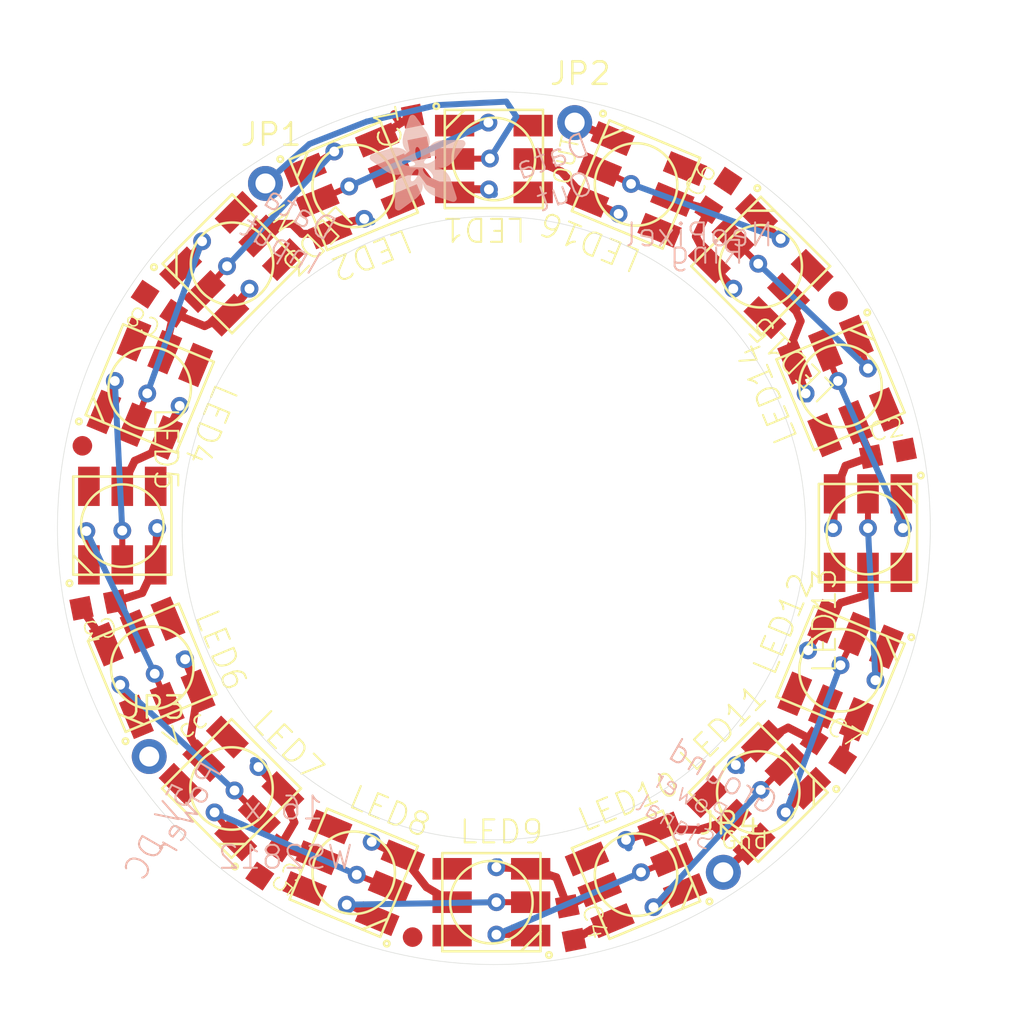
<source format=kicad_pcb>
(kicad_pcb (version 20240108) (generator "pcbnew") (generator_version "8.0")
  (layers (0 "F.Cu" signal) (31 "B.Cu" signal) (34 "B.Paste" user) (35 "F.Paste" user) (36 "B.SilkS" user "B.Silkscreen") (37 "F.SilkS" user "F.Silkscreen") (38 "B.Mask" user) (39 "F.Mask" user) (44 "Edge.Cuts" user))
  (net 0 "")
  (net 1 "N$1")
  (net 2 "N$2")
  (net 3 "N$3")
  (net 4 "N$4")
  (net 5 "N$5")
  (net 6 "N$6")
  (net 7 "N$7")
  (net 8 "+5V")
  (net 9 "GND")
  (net 10 "IN")
  (net 11 "N$9")
  (net 12 "N$10")
  (net 13 "N$11")
  (net 14 "N$12")
  (net 15 "N$13")
  (net 16 "N$14")
  (net 17 "N$15")
  (net 18 "N$16")
  (net 19 "OUT")
  (footprint "WS28115050" (layer "F.Cu") (at 162.0901 91.6686 135)
    (property "Reference" "LED15" (at -1.7 -2.9 135) (layer "F.SilkS") (effects (font (size 1.1684 1.1684) (thickness 0.1016)) (justify right top)))
    (property "Value" "WS28115050")
    (pad "DI" smd rect (at 2.000001 0 135) (size 2 1.1) (layers "F.Cu" "F.Paste" "F.Mask") (net 16 "N$14"))
    (pad "DO" smd rect (at 2 1.7 135) (size 2 1.1) (layers "F.Cu" "F.Paste" "F.Mask") (net 17 "N$15"))
    (pad "LEDVDD" smd rect (at -2.000001 0 135) (size 2 1.1) (layers "F.Cu" "F.Paste" "F.Mask") (net 8 "+5V"))
    (pad "NC" smd rect (at -2 -1.7 135) (size 2 1.1) (layers "F.Cu" "F.Paste" "F.Mask"))
    (pad "VDD" smd rect (at 2 -1.7 135) (size 2 1.1) (layers "F.Cu" "F.Paste" "F.Mask") (net 8 "+5V"))
    (pad "VSS" smd rect (at -2 1.7 135) (size 2 1.1) (layers "F.Cu" "F.Paste" "F.Mask") (net 9 "GND"))
  )
  (footprint "WS28115050" (layer "F.Cu") (at 148.5011 86.2076 180)
    (property "Reference" "LED1" (at -1.7 -2.9 180) (layer "F.SilkS") (effects (font (size 1.1684 1.1684) (thickness 0.1016)) (justify left bottom)))
    (property "Value" "WS28115050")
    (pad "DI" smd rect (at 2 0 180) (size 2 1.1) (layers "F.Cu" "F.Paste" "F.Mask") (net 10 "IN"))
    (pad "DO" smd rect (at 2 1.7 180) (size 2 1.1) (layers "F.Cu" "F.Paste" "F.Mask") (net 1 "N$1"))
    (pad "LEDVDD" smd rect (at -2 0 180) (size 2 1.1) (layers "F.Cu" "F.Paste" "F.Mask") (net 8 "+5V"))
    (pad "NC" smd rect (at -2 -1.7 180) (size 2 1.1) (layers "F.Cu" "F.Paste" "F.Mask"))
    (pad "VDD" smd rect (at 2 -1.7 180) (size 2 1.1) (layers "F.Cu" "F.Paste" "F.Mask") (net 8 "+5V"))
    (pad "VSS" smd rect (at -2 1.7 180) (size 2 1.1) (layers "F.Cu" "F.Paste" "F.Mask") (net 9 "GND"))
  )
  (footprint "WS28115050" (layer "F.Cu") (at 167.5511 105.2576 90)
    (property "Reference" "LED13" (at -1.7 -2.9 90) (layer "F.SilkS") (effects (font (size 1.1684 1.1684) (thickness 0.1016)) (justify right top)))
    (property "Value" "WS28115050")
    (pad "DI" smd rect (at 2 0 90) (size 2 1.1) (layers "F.Cu" "F.Paste" "F.Mask") (net 14 "N$12"))
    (pad "DO" smd rect (at 2 1.7 90) (size 2 1.1) (layers "F.Cu" "F.Paste" "F.Mask") (net 15 "N$13"))
    (pad "LEDVDD" smd rect (at -2 0 90) (size 2 1.1) (layers "F.Cu" "F.Paste" "F.Mask") (net 8 "+5V"))
    (pad "NC" smd rect (at -2 -1.7 90) (size 2 1.1) (layers "F.Cu" "F.Paste" "F.Mask"))
    (pad "VDD" smd rect (at 2 -1.7 90) (size 2 1.1) (layers "F.Cu" "F.Paste" "F.Mask") (net 8 "+5V"))
    (pad "VSS" smd rect (at -2 1.7 90) (size 2 1.1) (layers "F.Cu" "F.Paste" "F.Mask") (net 9 "GND"))
  )
  (footprint "WS28115050" (layer "F.Cu") (at 141.3637 122.555 -22.5)
    (property "Reference" "LED8" (at -1.7 -2.9 -22.5) (layer "F.SilkS") (effects (font (size 1.1684 1.1684) (thickness 0.1016)) (justify left bottom)))
    (property "Value" "WS28115050")
    (pad "DI" smd rect (at 2 0 337.5) (size 2 1.1) (layers "F.Cu" "F.Paste" "F.Mask") (net 7 "N$7"))
    (pad "DO" smd rect (at 2 1.7 337.5) (size 2 1.1) (layers "F.Cu" "F.Paste" "F.Mask") (net 18 "N$16"))
    (pad "LEDVDD" smd rect (at -2 0 337.5) (size 2 1.1) (layers "F.Cu" "F.Paste" "F.Mask") (net 8 "+5V"))
    (pad "NC" smd rect (at -2 -1.7 337.5) (size 2 1.1) (layers "F.Cu" "F.Paste" "F.Mask"))
    (pad "VDD" smd rect (at 2 -1.7 337.5) (size 2 1.1) (layers "F.Cu" "F.Paste" "F.Mask") (net 8 "+5V"))
    (pad "VSS" smd rect (at -2 1.7 337.5) (size 2 1.1) (layers "F.Cu" "F.Paste" "F.Mask") (net 9 "GND"))
  )
  (footprint "WS28115050" (layer "F.Cu") (at 130.9751 97.8916 -112.5)
    (property "Reference" "LED4" (at -1.7 -2.9 -112.5) (layer "F.SilkS") (effects (font (size 1.1684 1.1684) (thickness 0.1016)) (justify left bottom)))
    (property "Value" "WS28115050")
    (pad "DI" smd rect (at 2 0 247.5) (size 2 1.1) (layers "F.Cu" "F.Paste" "F.Mask") (net 3 "N$3"))
    (pad "DO" smd rect (at 2 1.7 247.5) (size 2 1.1) (layers "F.Cu" "F.Paste" "F.Mask") (net 4 "N$4"))
    (pad "LEDVDD" smd rect (at -2 0 247.5) (size 2 1.1) (layers "F.Cu" "F.Paste" "F.Mask") (net 8 "+5V"))
    (pad "NC" smd rect (at -2 -1.7 247.5) (size 2 1.1) (layers "F.Cu" "F.Paste" "F.Mask"))
    (pad "VDD" smd rect (at 2 -1.7 247.5) (size 2 1.1) (layers "F.Cu" "F.Paste" "F.Mask") (net 8 "+5V"))
    (pad "VSS" smd rect (at -2 1.7 247.5) (size 2 1.1) (layers "F.Cu" "F.Paste" "F.Mask") (net 9 "GND"))
  )
  (footprint "C0603" (layer "F.Cu") (at 144.530344 84.859163 101.3)
    (property "Reference" "C1" (at -0.635 -0.635 101.3) (layer "F.SilkS") (effects (font (size 1.1684 1.1684) (thickness 0.1016)) (justify left bottom)))
    (property "Value" "")
    (pad "1" smd rect (at -0.85 0 101.3) (size 1.1 1) (layers "F.Cu" "F.Paste" "F.Mask") (net 8 "+5V"))
    (pad "2" smd rect (at 0.85 0 101.3) (size 1.1 1) (layers "F.Cu" "F.Paste" "F.Mask") (net 9 "GND"))
  )
  (footprint "C0603K" (layer "F.Cu") (at 131.467691 93.579982 146.3)
    (property "Reference" "C8" (at -0.8 -0.65 146.3) (layer "F.SilkS") (effects (font (size 0.93472 0.93472) (thickness 0.08128)) (justify left bottom)))
    (property "Value" "")
    (pad "1" smd rect (at -0.875 0 146.3) (size 1.05 1.08) (layers "F.Cu" "F.Paste" "F.Mask") (net 8 "+5V"))
    (pad "2" smd rect (at 0.875 0 146.3) (size 1.05 1.08) (layers "F.Cu" "F.Paste" "F.Mask") (net 9 "GND"))
  )
  (footprint "WS28115050" (layer "F.Cu") (at 166.1541 97.7646 112.5)
    (property "Reference" "LED14" (at -1.7 -2.9 112.5) (layer "F.SilkS") (effects (font (size 1.1684 1.1684) (thickness 0.1016)) (justify left bottom)))
    (property "Value" "WS28115050")
    (pad "DI" smd rect (at 2 0 112.5) (size 2 1.1) (layers "F.Cu" "F.Paste" "F.Mask") (net 15 "N$13"))
    (pad "DO" smd rect (at 2 1.7 112.5) (size 2 1.1) (layers "F.Cu" "F.Paste" "F.Mask") (net 16 "N$14"))
    (pad "LEDVDD" smd rect (at -2 0 112.5) (size 2 1.1) (layers "F.Cu" "F.Paste" "F.Mask") (net 8 "+5V"))
    (pad "NC" smd rect (at -2 -1.7 112.5) (size 2 1.1) (layers "F.Cu" "F.Paste" "F.Mask"))
    (pad "VDD" smd rect (at 2 -1.7 112.5) (size 2 1.1) (layers "F.Cu" "F.Paste" "F.Mask") (net 8 "+5V"))
    (pad "VSS" smd rect (at -2 1.7 112.5) (size 2 1.1) (layers "F.Cu" "F.Paste" "F.Mask") (net 9 "GND"))
  )
  (footprint "C0603K" (layer "F.Cu") (at 159.9311 88.059994 56.3)
    (property "Reference" "C6" (at -0.8 -0.65 56.3) (layer "F.SilkS") (effects (font (size 0.93472 0.93472) (thickness 0.08128)) (justify left bottom)))
    (property "Value" "")
    (pad "1" smd rect (at -0.875 0 56.3) (size 1.05 1.08) (layers "F.Cu" "F.Paste" "F.Mask") (net 8 "+5V"))
    (pad "2" smd rect (at 0.875 0 56.3) (size 1.05 1.08) (layers "F.Cu" "F.Paste" "F.Mask") (net 9 "GND"))
  )
  (footprint "WS28115050" (layer "F.Cu") (at 135.1407 118.2624 -45)
    (property "Reference" "LED7" (at -1.7 -2.9 -45) (layer "F.SilkS") (effects (font (size 1.1684 1.1684) (thickness 0.1016)) (justify left bottom)))
    (property "Value" "WS28115050")
    (pad "DI" smd rect (at 2.000001 0 315) (size 2 1.1) (layers "F.Cu" "F.Paste" "F.Mask") (net 6 "N$6"))
    (pad "DO" smd rect (at 2 1.7 315) (size 2 1.1) (layers "F.Cu" "F.Paste" "F.Mask") (net 7 "N$7"))
    (pad "LEDVDD" smd rect (at -2.000001 0 315) (size 2 1.1) (layers "F.Cu" "F.Paste" "F.Mask") (net 8 "+5V"))
    (pad "NC" smd rect (at -2 -1.7 315) (size 2 1.1) (layers "F.Cu" "F.Paste" "F.Mask"))
    (pad "VDD" smd rect (at 2 -1.7 315) (size 2 1.1) (layers "F.Cu" "F.Paste" "F.Mask") (net 8 "+5V"))
    (pad "VSS" smd rect (at -2 1.7 315) (size 2 1.1) (layers "F.Cu" "F.Paste" "F.Mask") (net 9 "GND"))
  )
  (footprint "C0603K" (layer "F.Cu") (at 128.3589 108.9152 -168.7)
    (property "Reference" "C3" (at -0.8 -0.65 -168.7) (layer "F.SilkS") (effects (font (size 0.93472 0.93472) (thickness 0.08128)) (justify left bottom)))
    (property "Value" "")
    (pad "1" smd rect (at -0.875 0 191.3) (size 1.05 1.08) (layers "F.Cu" "F.Paste" "F.Mask") (net 8 "+5V"))
    (pad "2" smd rect (at 0.875 0 191.3) (size 1.05 1.08) (layers "F.Cu" "F.Paste" "F.Mask") (net 9 "GND"))
  )
  (footprint "FIDUCIAL_1MM" (layer "F.Cu") (at 166.0271 93.4466)
    (property "Reference" "FID1" (hide yes))
    (property "Value" "FIDUCIAL\"\"" (hide yes))
    (pad "1" smd roundrect (at 0 0) (size 1 1) (layers "F.Cu" "F.Mask") (roundrect_rratio 0.5))
  )
  (footprint "WS28115050" (layer "F.Cu") (at 148.3741 124.0536)
    (property "Reference" "LED9" (at -1.7 -2.9 0) (layer "F.SilkS") (effects (font (size 1.1684 1.1684) (thickness 0.1016)) (justify left bottom)))
    (property "Value" "WS28115050")
    (pad "DI" smd rect (at 2 0) (size 2 1.1) (layers "F.Cu" "F.Paste" "F.Mask") (net 18 "N$16"))
    (pad "DO" smd rect (at 2 1.7) (size 2 1.1) (layers "F.Cu" "F.Paste" "F.Mask") (net 11 "N$9"))
    (pad "LEDVDD" smd rect (at -2 0) (size 2 1.1) (layers "F.Cu" "F.Paste" "F.Mask") (net 8 "+5V"))
    (pad "NC" smd rect (at -2 -1.7) (size 2 1.1) (layers "F.Cu" "F.Paste" "F.Mask"))
    (pad "VDD" smd rect (at 2 -1.7) (size 2 1.1) (layers "F.Cu" "F.Paste" "F.Mask") (net 8 "+5V"))
    (pad "VSS" smd rect (at -2 1.7) (size 2 1.1) (layers "F.Cu" "F.Paste" "F.Mask") (net 9 "GND"))
  )
  (footprint "WS28115050" (layer "F.Cu") (at 129.5781 104.8766 -90)
    (property "Reference" "LED5" (at -1.7 -2.9 -90) (layer "F.SilkS") (effects (font (size 1.1684 1.1684) (thickness 0.1016)) (justify right top)))
    (property "Value" "WS28115050")
    (pad "DI" smd rect (at 2 0 270) (size 2 1.1) (layers "F.Cu" "F.Paste" "F.Mask") (net 4 "N$4"))
    (pad "DO" smd rect (at 2 1.7 270) (size 2 1.1) (layers "F.Cu" "F.Paste" "F.Mask") (net 5 "N$5"))
    (pad "LEDVDD" smd rect (at -2 0 270) (size 2 1.1) (layers "F.Cu" "F.Paste" "F.Mask") (net 8 "+5V"))
    (pad "NC" smd rect (at -2 -1.7 270) (size 2 1.1) (layers "F.Cu" "F.Paste" "F.Mask"))
    (pad "VDD" smd rect (at 2 -1.7 270) (size 2 1.1) (layers "F.Cu" "F.Paste" "F.Mask") (net 8 "+5V"))
    (pad "VSS" smd rect (at -2 1.7 270) (size 2 1.1) (layers "F.Cu" "F.Paste" "F.Mask") (net 9 "GND"))
  )
  (footprint "C0603K" (layer "F.Cu") (at 165.534509 116.322006 -33.7)
    (property "Reference" "C7" (at -0.8 -0.65 -33.7) (layer "F.SilkS") (effects (font (size 0.93472 0.93472) (thickness 0.08128)) (justify left bottom)))
    (property "Value" "")
    (pad "1" smd rect (at -0.875 0 326.3) (size 1.05 1.08) (layers "F.Cu" "F.Paste" "F.Mask") (net 8 "+5V"))
    (pad "2" smd rect (at 0.875 0 326.3) (size 1.05 1.08) (layers "F.Cu" "F.Paste" "F.Mask") (net 9 "GND"))
  )
  (footprint "FIDUCIAL_1MM" (layer "F.Cu") (at 144.3609 125.8316)
    (property "Reference" "FID2" (hide yes))
    (property "Value" "FIDUCIAL\"\"" (hide yes))
    (pad "1" smd roundrect (at 0 0) (size 1 1) (layers "F.Cu" "F.Mask") (roundrect_rratio 0.5))
  )
  (footprint "C0603K" (layer "F.Cu") (at 168.5671 101.1936 11.3)
    (property "Reference" "C2" (at -0.8 -0.65 11.3) (layer "F.SilkS") (effects (font (size 0.93472 0.93472) (thickness 0.08128)) (justify left bottom)))
    (property "Value" "")
    (pad "1" smd rect (at -0.875 0 11.3) (size 1.05 1.08) (layers "F.Cu" "F.Paste" "F.Mask") (net 8 "+5V"))
    (pad "2" smd rect (at 0.875 0 11.3) (size 1.05 1.08) (layers "F.Cu" "F.Paste" "F.Mask") (net 9 "GND"))
  )
  (footprint "1X01-CLEANBIG" (layer "F.Cu") (at 136.8679 87.4522)
    (property "Reference" "JP1" (at -1.3462 -1.8288 0) (layer "F.SilkS") (effects (font (size 1.143 1.143) (thickness 0.127)) (justify left bottom)))
    (property "Value" "IN")
    (pad "1" thru_hole circle (at 0 0) (size 1.778 1.778) (drill 1.016) (layers "*.Cu" "*.Mask") (net 10 "IN"))
  )
  (footprint "WS28115050" (layer "F.Cu") (at 155.7401 122.6566 22.5)
    (property "Reference" "LED10" (at -1.7 -2.9 22.5) (layer "F.SilkS") (effects (font (size 1.1684 1.1684) (thickness 0.1016)) (justify left bottom)))
    (property "Value" "WS28115050")
    (pad "DI" smd rect (at 2 0 22.5) (size 2 1.1) (layers "F.Cu" "F.Paste" "F.Mask") (net 11 "N$9"))
    (pad "DO" smd rect (at 2 1.7 22.5) (size 2 1.1) (layers "F.Cu" "F.Paste" "F.Mask") (net 12 "N$10"))
    (pad "LEDVDD" smd rect (at -2 0 22.5) (size 2 1.1) (layers "F.Cu" "F.Paste" "F.Mask") (net 8 "+5V"))
    (pad "NC" smd rect (at -2 -1.7 22.5) (size 2 1.1) (layers "F.Cu" "F.Paste" "F.Mask"))
    (pad "VDD" smd rect (at 2 -1.7 22.5) (size 2 1.1) (layers "F.Cu" "F.Paste" "F.Mask") (net 8 "+5V"))
    (pad "VSS" smd rect (at -2 1.7 22.5) (size 2 1.1) (layers "F.Cu" "F.Paste" "F.Mask") (net 9 "GND"))
  )
  (footprint "1X01-CLEANBIG" (layer "F.Cu") (at 160.1851 122.5296)
    (property "Reference" "JP4" (at -1.3462 -1.8288 0) (layer "F.SilkS") (effects (font (size 1.143 1.143) (thickness 0.127)) (justify left bottom)))
    (property "Value" "GND")
    (pad "1" thru_hole circle (at 0 0) (size 1.778 1.778) (drill 1.016) (layers "*.Cu" "*.Mask") (net 9 "GND"))
  )
  (footprint "WS28115050" (layer "F.Cu") (at 131.1021 112.1156 -67.5)
    (property "Reference" "LED6" (at -1.7 -2.9 -67.5) (layer "F.SilkS") (effects (font (size 1.1684 1.1684) (thickness 0.1016)) (justify left bottom)))
    (property "Value" "WS28115050")
    (pad "DI" smd rect (at 2 0 292.5) (size 2 1.1) (layers "F.Cu" "F.Paste" "F.Mask") (net 5 "N$5"))
    (pad "DO" smd rect (at 2 1.7 292.5) (size 2 1.1) (layers "F.Cu" "F.Paste" "F.Mask") (net 6 "N$6"))
    (pad "LEDVDD" smd rect (at -2 0 292.5) (size 2 1.1) (layers "F.Cu" "F.Paste" "F.Mask") (net 8 "+5V"))
    (pad "NC" smd rect (at -2 -1.7 292.5) (size 2 1.1) (layers "F.Cu" "F.Paste" "F.Mask"))
    (pad "VDD" smd rect (at 2 -1.7 292.5) (size 2 1.1) (layers "F.Cu" "F.Paste" "F.Mask") (net 8 "+5V"))
    (pad "VSS" smd rect (at -2 1.7 292.5) (size 2 1.1) (layers "F.Cu" "F.Paste" "F.Mask") (net 9 "GND"))
  )
  (footprint "WS28115050" (layer "F.Cu") (at 155.7401 87.503 157.5)
    (property "Reference" "LED16" (at -1.7 -2.9 157.5) (layer "F.SilkS") (effects (font (size 1.1684 1.1684) (thickness 0.1016)) (justify left bottom)))
    (property "Value" "WS28115050")
    (pad "DI" smd rect (at 2 0 157.5) (size 2 1.1) (layers "F.Cu" "F.Paste" "F.Mask") (net 17 "N$15"))
    (pad "DO" smd rect (at 2 1.7 157.5) (size 2 1.1) (layers "F.Cu" "F.Paste" "F.Mask") (net 19 "OUT"))
    (pad "LEDVDD" smd rect (at -2 0 157.5) (size 2 1.1) (layers "F.Cu" "F.Paste" "F.Mask") (net 8 "+5V"))
    (pad "NC" smd rect (at -2 -1.7 157.5) (size 2 1.1) (layers "F.Cu" "F.Paste" "F.Mask"))
    (pad "VDD" smd rect (at 2 -1.7 157.5) (size 2 1.1) (layers "F.Cu" "F.Paste" "F.Mask") (net 8 "+5V"))
    (pad "VSS" smd rect (at -2 1.7 157.5) (size 2 1.1) (layers "F.Cu" "F.Paste" "F.Mask") (net 9 "GND"))
  )
  (footprint "C0603K" (layer "F.Cu") (at 137.077482 122.006193 -124.7)
    (property "Reference" "C5" (at -0.8 -0.65 -124.7) (layer "F.SilkS") (effects (font (size 0.93472 0.93472) (thickness 0.08128)) (justify left bottom)))
    (property "Value" "")
    (pad "1" smd rect (at -0.875 0 235.3) (size 1.05 1.08) (layers "F.Cu" "F.Paste" "F.Mask") (net 8 "+5V"))
    (pad "2" smd rect (at 0.875 0 235.3) (size 1.05 1.08) (layers "F.Cu" "F.Paste" "F.Mask") (net 9 "GND"))
  )
  (footprint "FIDUCIAL_1MM" (layer "F.Cu") (at 127.5461 100.8126)
    (property "Reference" "FID3" (hide yes))
    (property "Value" "FIDUCIAL\"\"" (hide yes))
    (pad "1" smd roundrect (at 0 0) (size 1 1) (layers "F.Cu" "F.Mask") (roundrect_rratio 0.5))
  )
  (footprint "1X01-CLEANBIG" (layer "F.Cu") (at 152.6159 84.3534)
    (property "Reference" "JP2" (at -1.3462 -1.8288 0) (layer "F.SilkS") (effects (font (size 1.143 1.143) (thickness 0.127)) (justify left bottom)))
    (property "Value" "OUT")
    (pad "1" thru_hole circle (at 0 0) (size 1.778 1.778) (drill 1.016) (layers "*.Cu" "*.Mask") (net 19 "OUT"))
  )
  (footprint "WS28115050" (layer "F.Cu") (at 135.1661 91.5416 -135)
    (property "Reference" "LED3" (at -1.7 -2.9 -135) (layer "F.SilkS") (effects (font (size 1.1684 1.1684) (thickness 0.1016)) (justify right top)))
    (property "Value" "WS28115050")
    (pad "DI" smd rect (at 2.000001 0 225) (size 2 1.1) (layers "F.Cu" "F.Paste" "F.Mask") (net 2 "N$2"))
    (pad "DO" smd rect (at 2 1.7 225) (size 2 1.1) (layers "F.Cu" "F.Paste" "F.Mask") (net 3 "N$3"))
    (pad "LEDVDD" smd rect (at -2.000001 0 225) (size 2 1.1) (layers "F.Cu" "F.Paste" "F.Mask") (net 8 "+5V"))
    (pad "NC" smd rect (at -2 -1.7 225) (size 2 1.1) (layers "F.Cu" "F.Paste" "F.Mask"))
    (pad "VDD" smd rect (at 2 -1.7 225) (size 2 1.1) (layers "F.Cu" "F.Paste" "F.Mask") (net 8 "+5V"))
    (pad "VSS" smd rect (at -2 1.7 225) (size 2 1.1) (layers "F.Cu" "F.Paste" "F.Mask") (net 9 "GND"))
  )
  (footprint "1X01-CLEANBIG" (layer "F.Cu") (at 130.9497 116.6368)
    (property "Reference" "JP3" (at -1.3462 -1.8288 0) (layer "F.SilkS") (effects (font (size 1.143 1.143) (thickness 0.127)) (justify left bottom)))
    (property "Value" "VCC")
    (pad "1" thru_hole circle (at 0 0) (size 1.778 1.778) (drill 1.016) (layers "*.Cu" "*.Mask") (net 8 "+5V"))
  )
  (footprint "WS28115050" (layer "F.Cu") (at 141.3637 87.5792 -157.5)
    (property "Reference" "LED2" (at -1.7 -2.9 -157.5) (layer "F.SilkS") (effects (font (size 1.1684 1.1684) (thickness 0.1016)) (justify left bottom)))
    (property "Value" "WS28115050")
    (pad "DI" smd rect (at 2 0 202.5) (size 2 1.1) (layers "F.Cu" "F.Paste" "F.Mask") (net 1 "N$1"))
    (pad "DO" smd rect (at 2 1.7 202.5) (size 2 1.1) (layers "F.Cu" "F.Paste" "F.Mask") (net 2 "N$2"))
    (pad "LEDVDD" smd rect (at -2 0 202.5) (size 2 1.1) (layers "F.Cu" "F.Paste" "F.Mask") (net 8 "+5V"))
    (pad "NC" smd rect (at -2 -1.7 202.5) (size 2 1.1) (layers "F.Cu" "F.Paste" "F.Mask"))
    (pad "VDD" smd rect (at 2 -1.7 202.5) (size 2 1.1) (layers "F.Cu" "F.Paste" "F.Mask") (net 8 "+5V"))
    (pad "VSS" smd rect (at -2 1.7 202.5) (size 2 1.1) (layers "F.Cu" "F.Paste" "F.Mask") (net 9 "GND"))
  )
  (footprint "WS28115050" (layer "F.Cu") (at 166.1541 112.2426 67.5)
    (property "Reference" "LED12" (at -1.7 -2.9 67.5) (layer "F.SilkS") (effects (font (size 1.1684 1.1684) (thickness 0.1016)) (justify left bottom)))
    (property "Value" "WS28115050")
    (pad "DI" smd rect (at 2 0 67.5) (size 2 1.1) (layers "F.Cu" "F.Paste" "F.Mask") (net 13 "N$11"))
    (pad "DO" smd rect (at 2 1.7 67.5) (size 2 1.1) (layers "F.Cu" "F.Paste" "F.Mask") (net 14 "N$12"))
    (pad "LEDVDD" smd rect (at -2 0 67.5) (size 2 1.1) (layers "F.Cu" "F.Paste" "F.Mask") (net 8 "+5V"))
    (pad "NC" smd rect (at -2 -1.7 67.5) (size 2 1.1) (layers "F.Cu" "F.Paste" "F.Mask"))
    (pad "VDD" smd rect (at 2 -1.7 67.5) (size 2 1.1) (layers "F.Cu" "F.Paste" "F.Mask") (net 8 "+5V"))
    (pad "VSS" smd rect (at -2 1.7 67.5) (size 2 1.1) (layers "F.Cu" "F.Paste" "F.Mask") (net 9 "GND"))
  )
  (footprint "C0603K" (layer "F.Cu") (at 152.4127 125.1204 -78.7)
    (property "Reference" "C4" (at -0.8 -0.65 -78.7) (layer "F.SilkS") (effects (font (size 0.93472 0.93472) (thickness 0.08128)) (justify left bottom)))
    (property "Value" "")
    (pad "1" smd rect (at -0.875 0 281.3) (size 1.05 1.08) (layers "F.Cu" "F.Paste" "F.Mask") (net 8 "+5V"))
    (pad "2" smd rect (at 0.875 0 281.3) (size 1.05 1.08) (layers "F.Cu" "F.Paste" "F.Mask") (net 9 "GND"))
  )
  (footprint "WS28115050" (layer "F.Cu") (at 161.9631 118.4656 45)
    (property "Reference" "LED11" (at -1.7 -2.9 45) (layer "F.SilkS") (effects (font (size 1.1684 1.1684) (thickness 0.1016)) (justify left bottom)))
    (property "Value" "WS28115050")
    (pad "DI" smd rect (at 2.000001 0 45) (size 2 1.1) (layers "F.Cu" "F.Paste" "F.Mask") (net 12 "N$10"))
    (pad "DO" smd rect (at 2 1.7 45) (size 2 1.1) (layers "F.Cu" "F.Paste" "F.Mask") (net 13 "N$11"))
    (pad "LEDVDD" smd rect (at -2.000001 0 45) (size 2 1.1) (layers "F.Cu" "F.Paste" "F.Mask") (net 8 "+5V"))
    (pad "NC" smd rect (at -2 -1.7 45) (size 2 1.1) (layers "F.Cu" "F.Paste" "F.Mask"))
    (pad "VDD" smd rect (at 2 -1.7 45) (size 2 1.1) (layers "F.Cu" "F.Paste" "F.Mask") (net 8 "+5V"))
    (pad "VSS" smd rect (at -2 1.7 45) (size 2 1.1) (layers "F.Cu" "F.Paste" "F.Mask") (net 9 "GND"))
  )
  (footprint "ADAFRUIT_5MM" (layer "B.Cu") (at 147.0533 88.8238 180)
    (property "Reference" "U$2" (hide yes))
    (property "Value" "" (hide yes))
  )
  (gr_circle (center 148.5011 105.0036) (end 164.3761 105.0036) (stroke (width 0.0254)) (fill none) (layer "Edge.Cuts"))
  (gr_circle (center 148.5011 105.0036) (end 170.7261 105.0036) (stroke (width 0.0254)) (fill none) (layer "Edge.Cuts"))
  (gr_text "WS2812" (at 141.399744 122.449844 0) (layer "B.SilkS") (effects (font (size 1.1684 1.1684) (thickness 0.1016)) (justify left bottom mirror)))
  (gr_text "NeoPixel\n" (at 158.9659 90.0684 0) (layer "B.SilkS") (effects (font (size 1.1684 1.1684) (thickness 0.1016)) (justify mirror)))
  (gr_text "Power" (at 134.8613 117.3226 60) (layer "B.SilkS") (effects (font (size 1.1684 1.1684) (thickness 0.1016)) (justify left bottom mirror)))
  (gr_text "Ground" (at 162.5473 119.8372 330) (layer "B.SilkS") (effects (font (size 1.1684 1.1684) (thickness 0.1016)) (justify left bottom mirror)))
  (gr_text "5V DC" (at 133.4135 118.4402 60) (layer "B.SilkS") (effects (font (size 1.1684 1.1684) (thickness 0.1016)) (justify left bottom mirror)))
  (gr_text "Ring" (at 159.3469 90.9574 0) (layer "B.SilkS") (effects (font (size 1.1684 1.1684) (thickness 0.1016)) (justify mirror)))
  (gr_text "Data\nInput" (at 138.1379 89.7636 330) (layer "B.SilkS") (effects (font (size 1.1684 1.1684) (thickness 0.1016)) (justify mirror)))
  (gr_text "Data\nOut" (at 151.7777 86.9696 20) (layer "B.SilkS") (effects (font (size 1.1684 1.1684) (thickness 0.1016)) (justify mirror)))
  (gr_text "16 x" (at 139.8905 119.9388 0) (layer "B.SilkS") (effects (font (size 1.1684 1.1684) (thickness 0.1016)) (justify left bottom mirror)))
  (gr_text "Power\nSignal" (at 158.1277 119.3292 330) (layer "B.SilkS") (effects (font (size 0.93472 0.93472) (thickness 0.08128)) (justify mirror)))
  (gr_text "Gnd" (at 159.9819 121.412 0) (layer "F.SilkS") (effects (font (size 0.86868 0.86868) (thickness 0.09652)) (justify left bottom)))
  (gr_text "Vcc" (at 132.059632 116.345784 33.7) (layer "F.SilkS") (effects (font (size 0.9144 0.9144) (thickness 0.1016)) (justify left bottom)))
  (gr_text "IN" (at 136.79538 88.891552 -56.2) (layer "F.SilkS") (effects (font (size 0.9144 0.9144) (thickness 0.1016)) (justify left bottom)))
  (gr_text "OUT" (at 152.4381 87.6554 78.7) (layer "F.SilkS") (effects (font (size 0.86868 0.86868) (thickness 0.09652)) (justify left bottom)))
  (segment (start 139.515944 88.344569) (end 141.1351 87.6046) (width 0.3048) (layer "F.Cu") (net 1))
  (segment (start 148.2217 84.3534) (end 146.5011 84.5076) (width 0.3048) (layer "F.Cu") (net 1))
  (via (at 141.1351 87.6046) (size 0.9064) (drill 0.5) (layers "F.Cu" "B.Cu") (net 1))
  (via (at 148.2217 84.3534) (size 0.9064) (drill 0.5) (layers "F.Cu" "B.Cu") (net 1))
  (segment (start 141.1351 87.6046) (end 148.2217 84.3534) (width 0.3048) (layer "B.Cu") (net 1))
  (segment (start 140.3731 85.8266) (end 138.865382 86.773972) (width 0.3048) (layer "F.Cu") (net 2))
  (segment (start 133.751888 92.955816) (end 134.9121 91.6686) (width 0.3048) (layer "F.Cu") (net 2))
  (via (at 134.9121 91.6686) (size 0.9064) (drill 0.5) (layers "F.Cu" "B.Cu") (net 2))
  (via (at 140.3731 85.8266) (size 0.9064) (drill 0.5) (layers "F.Cu" "B.Cu") (net 2))
  (segment (start 134.9121 91.6686) (end 140.3731 85.8266) (width 0.3048) (layer "B.Cu") (net 2))
  (segment (start 133.6421 90.3986) (end 132.549807 91.753735) (width 0.3048) (layer "F.Cu") (net 3))
  (segment (start 130.209735 99.73936) (end 130.8481 98.1456) (width 0.3048) (layer "F.Cu") (net 3))
  (via (at 130.8481 98.1456) (size 0.9064) (drill 0.5) (layers "F.Cu" "B.Cu") (net 3))
  (via (at 133.6421 90.3986) (size 0.9064) (drill 0.5) (layers "F.Cu" "B.Cu") (net 3))
  (segment (start 130.8481 98.1456) (end 133.6421 90.3986) (width 0.3048) (layer "B.Cu") (net 3))
  (segment (start 129.1971 97.5106) (end 128.639141 99.0888) (width 0.3048) (layer "F.Cu") (net 4))
  (segment (start 129.5781 106.8766) (end 129.5781 105.1306) (width 0.3048) (layer "F.Cu") (net 4))
  (via (at 129.1971 97.5106) (size 0.9064) (drill 0.5) (layers "F.Cu" "B.Cu") (net 4))
  (via (at 129.5781 105.1306) (size 0.9064) (drill 0.5) (layers "F.Cu" "B.Cu") (net 4))
  (segment (start 129.5781 105.1306) (end 129.1971 97.5106) (width 0.3048) (layer "B.Cu") (net 4))
  (segment (start 127.7493 105.156) (end 127.8781 106.8766) (width 0.3048) (layer "F.Cu") (net 5))
  (segment (start 131.867469 113.963356) (end 131.2291 112.4204) (width 0.3048) (layer "F.Cu") (net 5))
  (via (at 131.2291 112.4204) (size 0.9064) (drill 0.5) (layers "F.Cu" "B.Cu") (net 5))
  (via (at 127.7493 105.156) (size 0.9064) (drill 0.5) (layers "F.Cu" "B.Cu") (net 5))
  (segment (start 131.2291 112.4204) (end 127.7493 105.156) (width 0.3048) (layer "B.Cu") (net 5))
  (segment (start 129.4765 112.9792) (end 130.296872 114.613918) (width 0.3048) (layer "F.Cu") (net 6))
  (segment (start 136.554916 119.676612) (end 135.2931 118.364) (width 0.3048) (layer "F.Cu") (net 6))
  (via (at 135.2931 118.364) (size 0.9064) (drill 0.5) (layers "F.Cu" "B.Cu") (net 6))
  (via (at 129.4765 112.9792) (size 0.9064) (drill 0.5) (layers "F.Cu" "B.Cu") (net 6))
  (segment (start 135.2931 118.364) (end 129.4765 112.9792) (width 0.3048) (layer "B.Cu") (net 6))
  (segment (start 143.21146 123.320365) (end 141.5161 122.6566) (width 0.3048) (layer "F.Cu") (net 7))
  (segment (start 134.2771 119.4816) (end 135.352835 120.878693) (width 0.3048) (layer "F.Cu") (net 7))
  (via (at 141.5161 122.6566) (size 0.9064) (drill 0.5) (layers "F.Cu" "B.Cu") (net 7))
  (via (at 134.2771 119.4816) (size 0.9064) (drill 0.5) (layers "F.Cu" "B.Cu") (net 7))
  (segment (start 141.5161 122.6566) (end 134.2771 119.4816) (width 0.3048) (layer "B.Cu") (net 7))
  (segment (start 150.5011 86.2076) (end 150.0251 85.9536) (width 0.4064) (layer "F.Cu") (net 8))
  (segment (start 143.862022 121.749768) (end 142.2781 120.9802) (width 0.4064) (layer "F.Cu") (net 8))
  (segment (start 162.175231 115.849303) (end 163.4871 115.1636) (width 0.4064) (layer "F.Cu") (net 8))
  (segment (start 156.937296 120.320637) (end 158.9151 120.3706) (width 0.4064) (layer "F.Cu") (net 8))
  (segment (start 143.21146 86.813835) (end 144.6969 85.692688) (width 0.4064) (layer "F.Cu") (net 8))
  (segment (start 141.257866 89.3826) (end 141.8971 89.2556) (width 0.4064) (layer "F.Cu") (net 8))
  (segment (start 156.937296 120.320637) (end 155.2321 120.8786) (width 0.4064) (layer "F.Cu") (net 8))
  (segment (start 163.6141 95.7326) (end 163.818137 96.567404) (width 0.4064) (layer "F.Cu") (net 8))
  (segment (start 130.5941 108.3056) (end 131.2781 106.8766) (width 0.4064) (layer "F.Cu") (net 8))
  (segment (start 136.580316 90.127388) (end 136.453316 89.5096) (width 0.4064) (layer "F.Cu") (net 8))
  (segment (start 134.953969 94.157897) (end 133.7691 94.7166) (width 0.4064) (layer "F.Cu") (net 8))
  (segment (start 153.89234 123.421965) (end 152.241246 124.262359) (width 0.4064) (layer "F.Cu") (net 8))
  (segment (start 150.5011 86.2076) (end 151.9301 86.8426) (width 0.4064) (layer "F.Cu") (net 8))
  (segment (start 158.9151 120.3706) (end 160.548884 119.879812) (width 0.4064) (layer "F.Cu") (net 8))
  (segment (start 134.953969 94.157897) (end 136.0551 92.8116) (width 0.4064) (layer "F.Cu") (net 8))
  (segment (start 164.806546 115.836515) (end 165.388731 114.090356) (width 0.4064) (layer "F.Cu") (net 8))
  (segment (start 132.195654 94.065472) (end 131.740469 96.043844) (width 0.4064) (layer "F.Cu") (net 8))
  (segment (start 163.818137 96.567404) (end 164.3761 98.1456) (width 0.4064) (layer "F.Cu") (net 8))
  (segment (start 143.862022 121.749768) (end 145.0721 123.2916) (width 0.4064) (layer "F.Cu") (net 8))
  (segment (start 146.5791 87.7316) (end 148.2471 87.757) (width 0.4064) (layer "F.Cu") (net 8))
  (segment (start 130.2131 101.5746) (end 131.6101 100.9396) (width 0.4064) (layer "F.Cu") (net 8))
  (segment (start 165.348868 109.744278) (end 164.5031 111.2266) (width 0.4064) (layer "F.Cu") (net 8))
  (segment (start 157.587856 88.268369) (end 159.445609 88.787957) (width 0.4064) (layer "F.Cu") (net 8))
  (segment (start 146.5011 87.9076) (end 146.5791 87.7316) (width 0.4064) (layer "F.Cu") (net 8))
  (segment (start 131.2781 106.8766) (end 131.3561 105.0036) (width 0.4064) (layer "F.Cu") (net 8))
  (segment (start 159.473803 91.456469) (end 160.6931 92.8116) (width 0.4064) (layer "F.Cu") (net 8))
  (segment (start 148.2471 87.503) (end 148.2471 87.757) (width 0.4064) (layer "F.Cu") (net 8))
  (segment (start 163.504312 93.082816) (end 164.1221 94.4626) (width 0.4064) (layer "F.Cu") (net 8))
  (segment (start 137.756997 118.474531) (end 136.5123 117.1702) (width 0.4064) (layer "F.Cu") (net 8))
  (segment (start 144.8181 86.8426) (end 143.21146 86.813835) (width 0.4064) (layer "F.Cu") (net 8))
  (segment (start 129.5781 102.8766) (end 130.2131 101.5746) (width 0.4064) (layer "F.Cu") (net 8))
  (segment (start 133.0579 115.6462) (end 133.438063 113.312796) (width 0.4064) (layer "F.Cu") (net 8))
  (segment (start 167.4241 108.4326) (end 167.5511 107.2576) (width 0.4064) (layer "F.Cu") (net 8))
  (segment (start 158.7881 90.1446) (end 159.445609 88.787957) (width 0.4064) (layer "F.Cu") (net 8))
  (segment (start 166.1541 108.8136) (end 167.4241 108.4326) (width 0.4064) (layer "F.Cu") (net 8))
  (segment (start 131.780332 100.389922) (end 132.4991 98.7806) (width 0.4064) (layer "F.Cu") (net 8))
  (segment (start 138.2141 89.5096) (end 138.7221 90.0176) (width 0.4064) (layer "F.Cu") (net 8))
  (segment (start 150.3741 122.3536) (end 148.6281 122.2756) (width 0.4064) (layer "F.Cu") (net 8))
  (segment (start 162.175231 115.849303) (end 160.8201 117.0686) (width 0.4064) (layer "F.Cu") (net 8))
  (segment (start 136.453316 89.5096) (end 138.2141 89.5096) (width 0.4064) (layer "F.Cu") (net 8))
  (segment (start 129.216941 108.743746) (end 130.5941 108.3056) (width 0.4064) (layer "F.Cu") (net 8))
  (segment (start 165.348868 109.744278) (end 166.1541 108.8136) (width 0.4064) (layer "F.Cu") (net 8))
  (segment (start 165.8511 103.2576) (end 165.7731 105.0036) (width 0.4064) (layer "F.Cu") (net 8))
  (segment (start 166.4081 101.8286) (end 167.709059 101.365054) (width 0.4064) (layer "F.Cu") (net 8))
  (segment (start 138.7221 90.0176) (end 139.733866 90.0176) (width 0.4064) (layer "F.Cu") (net 8))
  (segment (start 145.0721 123.2916) (end 146.3741 124.0536) (width 0.4064) (layer "F.Cu") (net 8))
  (segment (start 163.4871 115.1636) (end 164.806546 115.836515) (width 0.4064) (layer "F.Cu") (net 8))
  (segment (start 164.1221 94.4626) (end 163.6141 95.7326) (width 0.4064) (layer "F.Cu") (net 8))
  (segment (start 153.241778 88.308232) (end 154.8511 89.0016) (width 0.4064) (layer "F.Cu") (net 8))
  (segment (start 138.3411 119.9896) (end 137.756997 118.474531) (width 0.4064) (layer "F.Cu") (net 8))
  (segment (start 165.8511 103.2576) (end 166.4081 101.8286) (width 0.4064) (layer "F.Cu") (net 8))
  (segment (start 137.575604 121.286815) (end 139.515944 121.789631) (width 0.4064) (layer "F.Cu") (net 8))
  (segment (start 159.473803 91.456469) (end 158.7881 90.1446) (width 0.4064) (layer "F.Cu") (net 8))
  (segment (start 140.166504 89.915163) (end 141.257866 89.3826) (width 0.4064) (layer "F.Cu") (net 8))
  (segment (start 129.216941 108.743746) (end 130.336735 110.26784) (width 0.4064) (layer "F.Cu") (net 8))
  (segment (start 131.6101 100.9396) (end 131.780332 100.389922) (width 0.4064) (layer "F.Cu") (net 8))
  (segment (start 145.1991 87.3506) (end 144.8181 86.8426) (width 0.4064) (layer "F.Cu") (net 8))
  (segment (start 151.9301 86.8426) (end 153.241778 88.308232) (width 0.4064) (layer "F.Cu") (net 8))
  (segment (start 167.709059 101.365054) (end 166.919465 99.61236) (width 0.4064) (layer "F.Cu") (net 8))
  (segment (start 139.733866 90.0176) (end 140.166504 89.915163) (width 0.4064) (layer "F.Cu") (net 8))
  (segment (start 133.438063 113.312796) (end 132.7785 111.6838) (width 0.4064) (layer "F.Cu") (net 8))
  (segment (start 137.575604 121.286815) (end 138.3411 119.9896) (width 0.4064) (layer "F.Cu") (net 8))
  (segment (start 133.726488 116.848184) (end 133.0579 115.6462) (width 0.4064) (layer "F.Cu") (net 8))
  (segment (start 133.7691 94.7166) (end 132.195654 94.065472) (width 0.4064) (layer "F.Cu") (net 8))
  (segment (start 150.3741 122.3536) (end 151.6761 122.7836) (width 0.4064) (layer "F.Cu") (net 8))
  (segment (start 146.5011 87.9076) (end 145.1991 87.3506) (width 0.4064) (layer "F.Cu") (net 8))
  (segment (start 151.6761 122.7836) (end 152.241246 124.262359) (width 0.4064) (layer "F.Cu") (net 8))
  (via (at 154.8511 89.0016) (size 0.9064) (drill 0.5) (layers "F.Cu" "B.Cu") (net 8))
  (via (at 136.5123 117.1702) (size 0.9064) (drill 0.5) (layers "F.Cu" "B.Cu") (net 8))
  (via (at 148.2471 87.757) (size 0.9064) (drill 0.5) (layers "F.Cu" "B.Cu") (net 8))
  (via (at 160.6931 92.8116) (size 0.9064) (drill 0.5) (layers "F.Cu" "B.Cu") (net 8))
  (via (at 136.0551 92.8116) (size 0.9064) (drill 0.5) (layers "F.Cu" "B.Cu") (net 8))
  (via (at 132.4991 98.7806) (size 0.9064) (drill 0.5) (layers "F.Cu" "B.Cu") (net 8))
  (via (at 160.8201 117.0686) (size 0.9064) (drill 0.5) (layers "F.Cu" "B.Cu") (net 8))
  (via (at 148.6281 122.2756) (size 0.9064) (drill 0.5) (layers "F.Cu" "B.Cu") (net 8))
  (via (at 155.2321 120.8786) (size 0.9064) (drill 0.5) (layers "F.Cu" "B.Cu") (net 8))
  (via (at 164.5031 111.2266) (size 0.9064) (drill 0.5) (layers "F.Cu" "B.Cu") (net 8))
  (via (at 132.7785 111.6838) (size 0.9064) (drill 0.5) (layers "F.Cu" "B.Cu") (net 8))
  (via (at 142.2781 120.9802) (size 0.9064) (drill 0.5) (layers "F.Cu" "B.Cu") (net 8))
  (via (at 164.3761 98.1456) (size 0.9064) (drill 0.5) (layers "F.Cu" "B.Cu") (net 8))
  (via (at 141.8971 89.2556) (size 0.9064) (drill 0.5) (layers "F.Cu" "B.Cu") (net 8))
  (via (at 131.3561 105.0036) (size 0.9064) (drill 0.5) (layers "F.Cu" "B.Cu") (net 8))
  (via (at 165.7731 105.0036) (size 0.9064) (drill 0.5) (layers "F.Cu" "B.Cu") (net 8))
  (segment (start 132.7785 111.6838) (end 132.4991 111.5568) (width 0.4064) (layer "B.Cu") (net 8))
  (segment (start 141.8971 89.2556) (end 142.2781 89.3826) (width 0.4064) (layer "B.Cu") (net 8))
  (segment (start 148.6281 122.2756) (end 148.7551 122.0216) (width 0.4064) (layer "B.Cu") (net 8))
  (segment (start 132.4991 98.7806) (end 132.4991 98.5266) (width 0.4064) (layer "B.Cu") (net 8))
  (segment (start 164.3761 98.1456) (end 164.5031 98.3996) (width 0.4064) (layer "B.Cu") (net 8))
  (segment (start 164.5031 111.2266) (end 164.2491 111.0996) (width 0.4064) (layer "B.Cu") (net 8))
  (segment (start 165.7731 105.0036) (end 165.5191 105.1306) (width 0.4064) (layer "B.Cu") (net 8))
  (segment (start 148.2471 87.757) (end 148.5011 87.9856) (width 0.4064) (layer "B.Cu") (net 8))
  (segment (start 142.2781 120.9802) (end 142.1511 121.1326) (width 0.4064) (layer "B.Cu") (net 8))
  (segment (start 154.8511 89.0016) (end 154.8511 89.2556) (width 0.4064) (layer "B.Cu") (net 8))
  (segment (start 136.5123 117.1702) (end 136.2837 116.8654) (width 0.4064) (layer "B.Cu") (net 8))
  (segment (start 160.8201 117.0686) (end 161.0741 117.3226) (width 0.4064) (layer "B.Cu") (net 8))
  (segment (start 155.2321 120.8786) (end 155.3591 121.2596) (width 0.4064) (layer "B.Cu") (net 8))
  (segment (start 131.3561 105.0036) (end 131.4831 104.8766) (width 0.4064) (layer "B.Cu") (net 8))
  (segment (start 136.0551 92.8116) (end 136.1821 92.6846) (width 0.4064) (layer "B.Cu") (net 8))
  (segment (start 160.6931 92.8116) (end 160.6931 93.0656) (width 0.4064) (layer "B.Cu") (net 8))
  (segment (start 143.6751 84.3026) (end 143.4211 83.9216) (width 0.4064) (layer "F.Cu") (net 9))
  (segment (start 153.4541 125.4506) (end 154.4701 125.0696) (width 0.4064) (layer "F.Cu") (net 9))
  (segment (start 161.750965 121.081893) (end 160.1851 122.5296) (width 0.4064) (layer "F.Cu") (net 9))
  (segment (start 143.719438 84.395013) (end 144.363791 84.025641) (width 0.4064) (layer "F.Cu") (net 9))
  (segment (start 142.5609 85.243241) (end 143.719438 84.395013) (width 0.4064) (layer "F.Cu") (net 9))
  (segment (start 166.5351 115.5446) (end 166.7891 114.7826) (width 0.4064) (layer "F.Cu") (net 9))
  (segment (start 166.262468 116.807493) (end 166.5351 115.5446) (width 0.4064) (layer "F.Cu") (net 9))
  (segment (start 127.500863 109.08665) (end 128.4351 110.4646) (width 0.4064) (layer "F.Cu") (net 9))
  (segment (start 143.719438 84.395013) (end 143.6751 84.3026) (width 0.4064) (layer "F.Cu") (net 9))
  (segment (start 152.58415 125.978437) (end 153.4541 125.4506) (width 0.4064) (layer "F.Cu") (net 9))
  (segment (start 146.5011 86.2076) (end 148.2979 86.1822) (width 0.3048) (layer "F.Cu") (net 10))
  (via (at 148.2979 86.1822) (size 0.9064) (drill 0.5) (layers "F.Cu" "B.Cu") (net 10))
  (segment (start 145.6055 83.4644) (end 142.0241 84.3026) (width 0.3048) (layer "B.Cu") (net 10))
  (segment (start 148.2979 86.1822) (end 149.6441 84.0486) (width 0.3048) (layer "B.Cu") (net 10))
  (segment (start 149.1361 83.2866) (end 145.6055 83.4644) (width 0.3048) (layer "B.Cu") (net 10))
  (segment (start 139.1031 85.4456) (end 136.8679 87.4522) (width 0.3048) (layer "B.Cu") (net 10))
  (segment (start 149.6441 84.0486) (end 149.1361 83.2866) (width 0.3048) (layer "B.Cu") (net 10))
  (segment (start 142.0241 84.3026) (end 139.1031 85.4456) (width 0.3048) (layer "B.Cu") (net 10))
  (segment (start 148.6281 125.7046) (end 150.3741 125.7536) (width 0.3048) (layer "F.Cu") (net 11))
  (segment (start 157.587856 121.891231) (end 155.9941 122.5296) (width 0.3048) (layer "F.Cu") (net 11))
  (via (at 148.6281 125.7046) (size 0.9064) (drill 0.5) (layers "F.Cu" "B.Cu") (net 11))
  (via (at 155.9941 122.5296) (size 0.9064) (drill 0.5) (layers "F.Cu" "B.Cu") (net 11))
  (segment (start 155.9941 122.5296) (end 148.6281 125.7046) (width 0.3048) (layer "B.Cu") (net 11))
  (segment (start 162.0901 118.3386) (end 163.377312 117.051384) (width 0.3048) (layer "F.Cu") (net 12))
  (segment (start 158.238418 123.461828) (end 156.6291 124.3076) (width 0.3048) (layer "F.Cu") (net 12))
  (via (at 156.6291 124.3076) (size 0.9064) (drill 0.5) (layers "F.Cu" "B.Cu") (net 12))
  (via (at 162.0901 118.3386) (size 0.9064) (drill 0.5) (layers "F.Cu" "B.Cu") (net 12))
  (segment (start 156.6291 124.3076) (end 162.0901 118.3386) (width 0.3048) (layer "B.Cu") (net 12))
  (segment (start 166.919465 110.39484) (end 166.1541 111.9886) (width 0.3048) (layer "F.Cu") (net 13))
  (segment (start 163.3601 119.4816) (end 164.579393 118.253465) (width 0.3048) (layer "F.Cu") (net 13))
  (via (at 163.3601 119.4816) (size 0.9064) (drill 0.5) (layers "F.Cu" "B.Cu") (net 13))
  (via (at 166.1541 111.9886) (size 0.9064) (drill 0.5) (layers "F.Cu" "B.Cu") (net 13))
  (segment (start 166.1541 111.9886) (end 163.3601 119.4816) (width 0.3048) (layer "B.Cu") (net 13))
  (segment (start 167.5511 103.2576) (end 167.5511 105.0036) (width 0.3048) (layer "F.Cu") (net 14))
  (segment (start 167.9321 112.7506) (end 168.490059 111.0454) (width 0.3048) (layer "F.Cu") (net 14))
  (via (at 167.9321 112.7506) (size 0.9064) (drill 0.5) (layers "F.Cu" "B.Cu") (net 14))
  (via (at 167.5511 105.0036) (size 0.9064) (drill 0.5) (layers "F.Cu" "B.Cu") (net 14))
  (segment (start 167.5511 105.0036) (end 167.9321 112.7506) (width 0.3048) (layer "B.Cu") (net 14))
  (segment (start 165.388731 95.916844) (end 166.0271 97.5106) (width 0.3048) (layer "F.Cu") (net 15))
  (segment (start 169.3291 105.0036) (end 169.2511 103.2576) (width 0.3048) (layer "F.Cu") (net 15))
  (via (at 169.3291 105.0036) (size 0.9064) (drill 0.5) (layers "F.Cu" "B.Cu") (net 15))
  (via (at 166.0271 97.5106) (size 0.9064) (drill 0.5) (layers "F.Cu" "B.Cu") (net 15))
  (segment (start 166.0271 97.5106) (end 169.3291 105.0036) (width 0.3048) (layer "B.Cu") (net 15))
  (segment (start 160.675884 90.254388) (end 161.9631 91.5416) (width 0.3048) (layer "F.Cu") (net 16))
  (segment (start 167.5511 96.8756) (end 166.959328 95.266282) (width 0.3048) (layer "F.Cu") (net 16))
  (via (at 167.5511 96.8756) (size 0.9064) (drill 0.5) (layers "F.Cu" "B.Cu") (net 16))
  (via (at 161.9631 91.5416) (size 0.9064) (drill 0.5) (layers "F.Cu" "B.Cu") (net 16))
  (segment (start 161.9631 91.5416) (end 167.5511 96.8756) (width 0.3048) (layer "B.Cu") (net 16))
  (segment (start 163.1061 90.2716) (end 161.877965 89.052307) (width 0.3048) (layer "F.Cu") (net 17))
  (segment (start 153.89234 86.737635) (end 155.4861 87.4776) (width 0.3048) (layer "F.Cu") (net 17))
  (via (at 155.4861 87.4776) (size 0.9064) (drill 0.5) (layers "F.Cu" "B.Cu") (net 17))
  (via (at 163.1061 90.2716) (size 0.9064) (drill 0.5) (layers "F.Cu" "B.Cu") (net 17))
  (segment (start 155.4861 87.4776) (end 163.1061 90.2716) (width 0.3048) (layer "B.Cu") (net 17))
  (segment (start 150.3741 124.0536) (end 148.6281 124.0536) (width 0.3048) (layer "F.Cu") (net 18))
  (segment (start 141.0081 124.1806) (end 142.5609 124.890959) (width 0.3048) (layer "F.Cu") (net 18))
  (via (at 148.6281 124.0536) (size 0.9064) (drill 0.5) (layers "F.Cu" "B.Cu") (net 18))
  (via (at 141.0081 124.1806) (size 0.9064) (drill 0.5) (layers "F.Cu" "B.Cu") (net 18))
  (segment (start 148.6281 124.0536) (end 141.0081 124.1806) (width 0.3048) (layer "B.Cu") (net 18))
  (segment (start 152.6159 84.3534) (end 154.5429 85.167041) (width 0.4064) (layer "F.Cu") (net 19))
)
</source>
